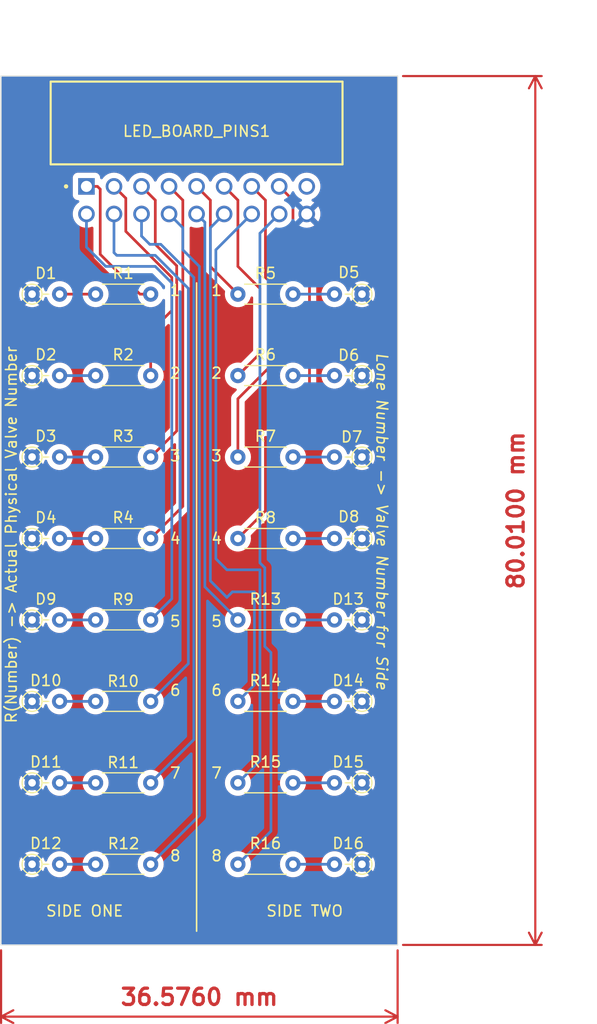
<source format=kicad_pcb>
(kicad_pcb (version 20221018) (generator pcbnew)
  (layers (0 "F.Cu" signal) (31 "B.Cu" signal) (34 "B.Paste" user) (35 "F.Paste" user) (36 "B.SilkS" user "B.Silkscreen") (37 "F.SilkS" user "F.Silkscreen") (38 "B.Mask" user) (39 "F.Mask" user) (44 "Edge.Cuts" user))
  (net 0 "")
  (net 1 "/GND")
  (net 2 "Net-(D1-A)")
  (net 3 "Net-(D2-A)")
  (net 4 "Net-(D3-A)")
  (net 5 "Net-(D4-A)")
  (net 6 "Net-(D5-A)")
  (net 7 "Net-(D6-A)")
  (net 8 "Net-(D7-A)")
  (net 9 "Net-(D8-A)")
  (net 10 "Net-(D9-A)")
  (net 11 "Net-(D10-A)")
  (net 12 "Net-(D11-A)")
  (net 13 "Net-(D12-A)")
  (net 14 "Net-(D13-A)")
  (net 15 "Net-(D14-A)")
  (net 16 "Net-(D15-A)")
  (net 17 "Net-(D16-A)")
  (net 18 "/Valve 1")
  (net 19 "/Valve 2")
  (net 20 "/Valve 3")
  (net 21 "/Valve 4")
  (net 22 "/Valve 5")
  (net 23 "/Valve 6")
  (net 24 "/Valve 7")
  (net 25 "/Valve 8")
  (net 26 "/Valve 9")
  (net 27 "/Valve 10")
  (net 28 "/Valve 11")
  (net 29 "/Valve 12")
  (net 30 "/Valve 13")
  (net 31 "/Valve 14")
  (net 32 "/Valve 15")
  (net 33 "/Valve 16")
  (footprint "Resistor_THT:R_Axial_DIN0204_L3.6mm_D1.6mm_P2.54mm_Vertical" (layer "F.Cu") (at 102.935 142.792437)
    (fp_text reference "D9" (at 1.27 -1.92) (layer "F.SilkS"))
    (fp_text value "LED" hide)
    (fp_line (start 0.92 0) (end 1.54 0) (stroke (width 0.12)) (layer "F.SilkS"))
    (fp_circle (center 0 0) (end 0.92 0) (stroke (width 0.12)) (fill none) (layer "F.SilkS"))
    (pad "1" thru_hole circle (at 0 0) (size 1.4 1.4) (drill 0.7) (layers "*.Cu" "*.Mask") (net 1 "/GND"))
    (pad "2" thru_hole oval (at 2.54 0) (size 1.4 1.4) (drill 0.7) (layers "*.Cu" "*.Mask") (net 10 "Net-(D9-A)"))
  )
  (footprint "Resistor_THT:R_Axial_DIN0204_L3.6mm_D1.6mm_P2.54mm_Vertical" (layer "F.Cu") (at 133.365 120.292437 180)
    (fp_text reference "D6" (at 1.22 1.875) (layer "F.SilkS"))
    (fp_text value "LED" hide)
    (fp_line (start 0.92 0) (end 1.54 0) (stroke (width 0.12)) (layer "F.SilkS"))
    (fp_circle (center 0 0) (end 0.92 0) (stroke (width 0.12)) (fill none) (layer "F.SilkS"))
    (pad "1" thru_hole circle (at 0 0 180) (size 1.4 1.4) (drill 0.7) (layers "*.Cu" "*.Mask") (net 1 "/GND"))
    (pad "2" thru_hole oval (at 2.54 0 180) (size 1.4 1.4) (drill 0.7) (layers "*.Cu" "*.Mask") (net 7 "Net-(D6-A)"))
  )
  (footprint "Resistor_THT:R_Axial_DIN0204_L3.6mm_D1.6mm_P5.08mm_Horizontal" (layer "F.Cu") (at 113.875 165.292437 180)
    (fp_text reference "R12" (at 2.5 1.902) (layer "F.SilkS"))
    (fp_text value "R" hide)
    (fp_line (start 0.62 -0.92) (end 4.46 -0.92) (stroke (width 0.12)) (layer "F.SilkS"))
    (fp_line (start 0.62 0.92) (end 4.46 0.92) (stroke (width 0.12)) (layer "F.SilkS"))
    (pad "1" thru_hole circle (at 0 0 180) (size 1.4 1.4) (drill 0.7) (layers "*.Cu" "*.Mask") (net 29 "/Valve 12"))
    (pad "2" thru_hole oval (at 5.08 0 180) (size 1.4 1.4) (drill 0.7) (layers "*.Cu" "*.Mask") (net 13 "Net-(D12-A)"))
  )
  (footprint "Resistor_THT:R_Axial_DIN0204_L3.6mm_D1.6mm_P2.54mm_Vertical" (layer "F.Cu") (at 133.365 157.792437 180)
    (fp_text reference "D15" (at 1.27 1.92) (layer "F.SilkS"))
    (fp_text value "LED" hide)
    (fp_line (start 0.92 0) (end 1.54 0) (stroke (width 0.12)) (layer "F.SilkS"))
    (fp_circle (center 0 0) (end 0.92 0) (stroke (width 0.12)) (fill none) (layer "F.SilkS"))
    (pad "1" thru_hole circle (at 0 0 180) (size 1.4 1.4) (drill 0.7) (layers "*.Cu" "*.Mask") (net 1 "/GND"))
    (pad "2" thru_hole oval (at 2.54 0 180) (size 1.4 1.4) (drill 0.7) (layers "*.Cu" "*.Mask") (net 16 "Net-(D15-A)"))
  )
  (footprint "Resistor_THT:R_Axial_DIN0204_L3.6mm_D1.6mm_P2.54mm_Vertical" (layer "F.Cu") (at 102.935 150.292437)
    (fp_text reference "D10" (at 1.27 -1.92) (layer "F.SilkS"))
    (fp_text value "LED" hide)
    (fp_line (start 0.92 0) (end 1.54 0) (stroke (width 0.12)) (layer "F.SilkS"))
    (fp_circle (center 0 0) (end 0.92 0) (stroke (width 0.12)) (fill none) (layer "F.SilkS"))
    (pad "1" thru_hole circle (at 0 0) (size 1.4 1.4) (drill 0.7) (layers "*.Cu" "*.Mask") (net 1 "/GND"))
    (pad "2" thru_hole oval (at 2.54 0) (size 1.4 1.4) (drill 0.7) (layers "*.Cu" "*.Mask") (net 11 "Net-(D10-A)"))
  )
  (footprint "Resistor_THT:R_Axial_DIN0204_L3.6mm_D1.6mm_P2.54mm_Vertical" (layer "F.Cu") (at 102.935 157.792437)
    (fp_text reference "D11" (at 1.27 -1.92) (layer "F.SilkS"))
    (fp_text value "LED" hide)
    (fp_line (start 0.92 0) (end 1.54 0) (stroke (width 0.12)) (layer "F.SilkS"))
    (fp_circle (center 0 0) (end 0.92 0) (stroke (width 0.12)) (fill none) (layer "F.SilkS"))
    (pad "1" thru_hole circle (at 0 0) (size 1.4 1.4) (drill 0.7) (layers "*.Cu" "*.Mask") (net 1 "/GND"))
    (pad "2" thru_hole oval (at 2.54 0) (size 1.4 1.4) (drill 0.7) (layers "*.Cu" "*.Mask") (net 12 "Net-(D11-A)"))
  )
  (footprint "Resistor_THT:R_Axial_DIN0204_L3.6mm_D1.6mm_P2.54mm_Vertical" (layer "F.Cu") (at 102.935 135.292437)
    (fp_text reference "D4" (at 1.27 -1.92) (layer "F.SilkS"))
    (fp_text value "LED" hide)
    (fp_line (start 0.92 0) (end 1.54 0) (stroke (width 0.12)) (layer "F.SilkS"))
    (fp_circle (center 0 0) (end 0.92 0) (stroke (width 0.12)) (fill none) (layer "F.SilkS"))
    (pad "1" thru_hole circle (at 0 0) (size 1.4 1.4) (drill 0.7) (layers "*.Cu" "*.Mask") (net 1 "/GND"))
    (pad "2" thru_hole oval (at 2.54 0) (size 1.4 1.4) (drill 0.7) (layers "*.Cu" "*.Mask") (net 5 "Net-(D4-A)"))
  )
  (footprint "Resistor_THT:R_Axial_DIN0204_L3.6mm_D1.6mm_P5.08mm_Horizontal" (layer "F.Cu") (at 121.92 165.292437)
    (fp_text reference "R16" (at 2.54 -1.92) (layer "F.SilkS"))
    (fp_text value "R" hide)
    (fp_line (start 0.62 -0.92) (end 4.46 -0.92) (stroke (width 0.12)) (layer "F.SilkS"))
    (fp_line (start 0.62 0.92) (end 4.46 0.92) (stroke (width 0.12)) (layer "F.SilkS"))
    (pad "1" thru_hole circle (at 0 0) (size 1.4 1.4) (drill 0.7) (layers "*.Cu" "*.Mask") (net 33 "/Valve 16"))
    (pad "2" thru_hole oval (at 5.08 0) (size 1.4 1.4) (drill 0.7) (layers "*.Cu" "*.Mask") (net 17 "Net-(D16-A)"))
  )
  (footprint "IPL1-109-01-L-D-RE1-K:SAMTEC_IPL1-109-01-L-D-RE1-K" (layer "F.Cu") (at 118.11 104.14)
    (fp_text reference "LED_BOARD_PINS1" (at 0 -6.35 -360) (layer "F.SilkS"))
    (fp_text value "IPL1-108-01-L-D-RE1-K-WT" hide)
    (fp_line (start -13.46 -10.92) (end -13.46 -3.3) (stroke (width 0.2)) (layer "F.SilkS"))
    (fp_line (start -13.46 -3.3) (end 13.46 -3.3) (stroke (width 0.2)) (layer "F.SilkS"))
    (fp_line (start 13.46 -10.92) (end -13.46 -10.92) (stroke (width 0.2)) (layer "F.SilkS"))
    (fp_line (start 13.46 -3.3) (end 13.46 -10.92) (stroke (width 0.2)) (layer "F.SilkS"))
    (fp_circle (center -12.04 -1.27) (end -11.94 -1.27) (stroke (width 0.2)) (fill none) (layer "F.SilkS"))
    (pad "01" thru_hole rect (at -10.16 -1.27) (size 1.53 1.53) (drill 1.02) (layers "*.Cu" "*.Mask") (net 18 "/Valve 1"))
    (pad "02" thru_hole circle (at -7.62 -1.27) (size 1.53 1.53) (drill 1.02) (layers "*.Cu" "*.Mask") (net 19 "/Valve 2"))
    (pad "03" thru_hole circle (at -5.08 -1.27) (size 1.53 1.53) (drill 1.02) (layers "*.Cu" "*.Mask") (net 20 "/Valve 3"))
    (pad "04" thru_hole circle (at -2.54 -1.27) (size 1.53 1.53) (drill 1.02) (layers "*.Cu" "*.Mask") (net 21 "/Valve 4"))
    (pad "05" thru_hole circle (at 0 -1.27) (size 1.53 1.53) (drill 1.02) (layers "*.Cu" "*.Mask") (net 22 "/Valve 5"))
    (pad "06" thru_hole circle (at 2.54 -1.27) (size 1.53 1.53) (drill 1.02) (layers "*.Cu" "*.Mask") (net 23 "/Valve 6"))
    (pad "07" thru_hole circle (at 5.08 -1.27) (size 1.53 1.53) (drill 1.02) (layers "*.Cu" "*.Mask") (net 24 "/Valve 7"))
    (pad "08" thru_hole circle (at 7.62 -1.27) (size 1.53 1.53) (drill 1.02) (layers "*.Cu" "*.Mask") (net 25 "/Valve 8"))
    (pad "09" thru_hole circle (at 10.16 -1.27) (size 1.53 1.53) (drill 1.02) (layers "*.Cu" "*.Mask"))
    (pad "10" thru_hole circle (at -10.16 1.27) (size 1.53 1.53) (drill 1.02) (layers "*.Cu" "*.Mask") (net 26 "/Valve 9"))
    (pad "11" thru_hole circle (at -7.62 1.27) (size 1.53 1.53) (drill 1.02) (layers "*.Cu" "*.Mask") (net 27 "/Valve 10"))
    (pad "12" thru_hole circle (at -5.08 1.27) (size 1.53 1.53) (drill 1.02) (layers "*.Cu" "*.Mask") (net 28 "/Valve 11"))
    (pad "13" thru_hole circle (at -2.54 1.27) (size 1.53 1.53) (drill 1.02) (layers "*.Cu" "*.Mask") (net 29 "/Valve 12"))
    (pad "14" thru_hole circle (at 0 1.27) (size 1.53 1.53) (drill 1.02) (layers "*.Cu" "*.Mask") (net 30 "/Valve 13"))
    (pad "15" thru_hole circle (at 2.54 1.27) (size 1.53 1.53) (drill 1.02) (layers "*.Cu" "*.Mask") (net 31 "/Valve 14"))
    (pad "16" thru_hole circle (at 5.08 1.27) (size 1.53 1.53) (drill 1.02) (layers "*.Cu" "*.Mask") (net 32 "/Valve 15"))
    (pad "17" thru_hole circle (at 7.62 1.27) (size 1.53 1.53) (drill 1.02) (layers "*.Cu" "*.Mask") (net 33 "/Valve 16"))
    (pad "18" thru_hole circle (at 10.16 1.27) (size 1.53 1.53) (drill 1.02) (layers "*.Cu" "*.Mask") (net 1 "/GND"))
  )
  (footprint "Resistor_THT:R_Axial_DIN0204_L3.6mm_D1.6mm_P5.08mm_Horizontal" (layer "F.Cu") (at 121.92 150.292437)
    (fp_text reference "R14" (at 2.54 -1.92) (layer "F.SilkS"))
    (fp_text value "R" hide)
    (fp_line (start 0.62 -0.92) (end 4.46 -0.92) (stroke (width 0.12)) (layer "F.SilkS"))
    (fp_line (start 0.62 0.92) (end 4.46 0.92) (stroke (width 0.12)) (layer "F.SilkS"))
    (pad "1" thru_hole circle (at 0 0) (size 1.4 1.4) (drill 0.7) (layers "*.Cu" "*.Mask") (net 31 "/Valve 14"))
    (pad "2" thru_hole oval (at 5.08 0) (size 1.4 1.4) (drill 0.7) (layers "*.Cu" "*.Mask") (net 15 "Net-(D14-A)"))
  )
  (footprint "Resistor_THT:R_Axial_DIN0204_L3.6mm_D1.6mm_P5.08mm_Horizontal" (layer "F.Cu") (at 113.875 120.292437 180)
    (fp_text reference "R2" (at 2.54 1.92) (layer "F.SilkS"))
    (fp_text value "R" hide)
    (fp_line (start 0.62 -0.92) (end 4.46 -0.92) (stroke (width 0.12)) (layer "F.SilkS"))
    (fp_line (start 0.62 0.92) (end 4.46 0.92) (stroke (width 0.12)) (layer "F.SilkS"))
    (pad "1" thru_hole circle (at 0 0 180) (size 1.4 1.4) (drill 0.7) (layers "*.Cu" "*.Mask") (net 19 "/Valve 2"))
    (pad "2" thru_hole oval (at 5.08 0 180) (size 1.4 1.4) (drill 0.7) (layers "*.Cu" "*.Mask") (net 3 "Net-(D2-A)"))
  )
  (footprint "Resistor_THT:R_Axial_DIN0204_L3.6mm_D1.6mm_P5.08mm_Horizontal" (layer "F.Cu") (at 113.875 127.792437 180)
    (fp_text reference "R3" (at 2.54 1.92) (layer "F.SilkS"))
    (fp_text value "R" hide)
    (fp_line (start 0.62 -0.92) (end 4.46 -0.92) (stroke (width 0.12)) (layer "F.SilkS"))
    (fp_line (start 0.62 0.92) (end 4.46 0.92) (stroke (width 0.12)) (layer "F.SilkS"))
    (pad "1" thru_hole circle (at 0 0 180) (size 1.4 1.4) (drill 0.7) (layers "*.Cu" "*.Mask") (net 20 "/Valve 3"))
    (pad "2" thru_hole oval (at 5.08 0 180) (size 1.4 1.4) (drill 0.7) (layers "*.Cu" "*.Mask") (net 4 "Net-(D3-A)"))
  )
  (footprint "Resistor_THT:R_Axial_DIN0204_L3.6mm_D1.6mm_P2.54mm_Vertical" (layer "F.Cu") (at 133.365 127.792437 180)
    (fp_text reference "D7" (at 0.945 1.85) (layer "F.SilkS"))
    (fp_text value "LED" hide)
    (fp_line (start 0.92 0) (end 1.54 0) (stroke (width 0.12)) (layer "F.SilkS"))
    (fp_circle (center 0 0) (end 0.92 0) (stroke (width 0.12)) (fill none) (layer "F.SilkS"))
    (pad "1" thru_hole circle (at 0 0 180) (size 1.4 1.4) (drill 0.7) (layers "*.Cu" "*.Mask") (net 1 "/GND"))
    (pad "2" thru_hole oval (at 2.54 0 180) (size 1.4 1.4) (drill 0.7) (layers "*.Cu" "*.Mask") (net 8 "Net-(D7-A)"))
  )
  (footprint "Resistor_THT:R_Axial_DIN0204_L3.6mm_D1.6mm_P5.08mm_Horizontal" (layer "F.Cu") (at 113.875 142.792437 180)
    (fp_text reference "R9" (at 2.54 1.895) (layer "F.SilkS"))
    (fp_text value "R" hide)
    (fp_line (start 0.62 -0.92) (end 4.46 -0.92) (stroke (width 0.12)) (layer "F.SilkS"))
    (fp_line (start 0.62 0.92) (end 4.46 0.92) (stroke (width 0.12)) (layer "F.SilkS"))
    (pad "1" thru_hole circle (at 0 0 180) (size 1.4 1.4) (drill 0.7) (layers "*.Cu" "*.Mask") (net 26 "/Valve 9"))
    (pad "2" thru_hole oval (at 5.08 0 180) (size 1.4 1.4) (drill 0.7) (layers "*.Cu" "*.Mask") (net 10 "Net-(D9-A)"))
  )
  (footprint "Resistor_THT:R_Axial_DIN0204_L3.6mm_D1.6mm_P5.08mm_Horizontal" (layer "F.Cu") (at 113.875 150.292437 180)
    (fp_text reference "R10" (at 2.54 1.855667) (layer "F.SilkS"))
    (fp_text value "R" hide)
    (fp_line (start 0.62 -0.92) (end 4.46 -0.92) (stroke (width 0.12)) (layer "F.SilkS"))
    (fp_line (start 0.62 0.92) (end 4.46 0.92) (stroke (width 0.12)) (layer "F.SilkS"))
    (pad "1" thru_hole circle (at 0 0 180) (size 1.4 1.4) (drill 0.7) (layers "*.Cu" "*.Mask") (net 27 "/Valve 10"))
    (pad "2" thru_hole oval (at 5.08 0 180) (size 1.4 1.4) (drill 0.7) (layers "*.Cu" "*.Mask") (net 11 "Net-(D10-A)"))
  )
  (footprint "Resistor_THT:R_Axial_DIN0204_L3.6mm_D1.6mm_P2.54mm_Vertical" (layer "F.Cu") (at 102.935 120.292437)
    (fp_text reference "D2" (at 1.27 -1.92) (layer "F.SilkS"))
    (fp_text value "LED" hide)
    (fp_line (start 0.92 0) (end 1.54 0) (stroke (width 0.12)) (layer "F.SilkS"))
    (fp_circle (center 0 0) (end 0.92 0) (stroke (width 0.12)) (fill none) (layer "F.SilkS"))
    (pad "1" thru_hole circle (at 0 0) (size 1.4 1.4) (drill 0.7) (layers "*.Cu" "*.Mask") (net 1 "/GND"))
    (pad "2" thru_hole oval (at 2.54 0) (size 1.4 1.4) (drill 0.7) (layers "*.Cu" "*.Mask") (net 3 "Net-(D2-A)"))
  )
  (footprint "Resistor_THT:R_Axial_DIN0204_L3.6mm_D1.6mm_P2.54mm_Vertical" (layer "F.Cu") (at 133.365 150.292437 180)
    (fp_text reference "D14" (at 1.27 1.92) (layer "F.SilkS"))
    (fp_text value "LED" hide)
    (fp_line (start 0.92 0) (end 1.54 0) (stroke (width 0.12)) (layer "F.SilkS"))
    (fp_circle (center 0 0) (end 0.92 0) (stroke (width 0.12)) (fill none) (layer "F.SilkS"))
    (pad "1" thru_hole circle (at 0 0 180) (size 1.4 1.4) (drill 0.7) (layers "*.Cu" "*.Mask") (net 1 "/GND"))
    (pad "2" thru_hole oval (at 2.54 0 180) (size 1.4 1.4) (drill 0.7) (layers "*.Cu" "*.Mask") (net 15 "Net-(D14-A)"))
  )
  (footprint "Resistor_THT:R_Axial_DIN0204_L3.6mm_D1.6mm_P5.08mm_Horizontal" (layer "F.Cu") (at 113.875 135.292437 180)
    (fp_text reference "R4" (at 2.54 1.92) (layer "F.SilkS"))
    (fp_text value "R" hide)
    (fp_line (start 0.62 -0.92) (end 4.46 -0.92) (stroke (width 0.12)) (layer "F.SilkS"))
    (fp_line (start 0.62 0.92) (end 4.46 0.92) (stroke (width 0.12)) (layer "F.SilkS"))
    (pad "1" thru_hole circle (at 0 0 180) (size 1.4 1.4) (drill 0.7) (layers "*.Cu" "*.Mask") (net 21 "/Valve 4"))
    (pad "2" thru_hole oval (at 5.08 0 180) (size 1.4 1.4) (drill 0.7) (layers "*.Cu" "*.Mask") (net 5 "Net-(D4-A)"))
  )
  (footprint "Resistor_THT:R_Axial_DIN0204_L3.6mm_D1.6mm_P5.08mm_Horizontal" (layer "F.Cu") (at 121.92 142.792437)
    (fp_text reference "R13" (at 2.54 -1.92) (layer "F.SilkS"))
    (fp_text value "R" hide)
    (fp_line (start 0.62 -0.92) (end 4.46 -0.92) (stroke (width 0.12)) (layer "F.SilkS"))
    (fp_line (start 0.62 0.92) (end 4.46 0.92) (stroke (width 0.12)) (layer "F.SilkS"))
    (pad "1" thru_hole circle (at 0 0) (size 1.4 1.4) (drill 0.7) (layers "*.Cu" "*.Mask") (net 30 "/Valve 13"))
    (pad "2" thru_hole oval (at 5.08 0) (size 1.4 1.4) (drill 0.7) (layers "*.Cu" "*.Mask") (net 14 "Net-(D13-A)"))
  )
  (footprint "Resistor_THT:R_Axial_DIN0204_L3.6mm_D1.6mm_P5.08mm_Horizontal" (layer "F.Cu") (at 121.92 127.792437)
    (fp_text reference "R7" (at 2.54 -1.92) (layer "F.SilkS"))
    (fp_text value "R" hide)
    (fp_line (start 0.62 -0.92) (end 4.46 -0.92) (stroke (width 0.12)) (layer "F.SilkS"))
    (fp_line (start 0.62 0.92) (end 4.46 0.92) (stroke (width 0.12)) (layer "F.SilkS"))
    (pad "1" thru_hole circle (at 0 0) (size 1.4 1.4) (drill 0.7) (layers "*.Cu" "*.Mask") (net 24 "/Valve 7"))
    (pad "2" thru_hole oval (at 5.08 0) (size 1.4 1.4) (drill 0.7) (layers "*.Cu" "*.Mask") (net 8 "Net-(D7-A)"))
  )
  (footprint "Resistor_THT:R_Axial_DIN0204_L3.6mm_D1.6mm_P5.08mm_Horizontal" (layer "F.Cu") (at 113.875 157.792437 180)
    (fp_text reference "R11" (at 2.54 1.866334) (layer "F.SilkS"))
    (fp_text value "R" hide)
    (fp_line (start 0.62 -0.92) (end 4.46 -0.92) (stroke (width 0.12)) (layer "F.SilkS"))
    (fp_line (start 0.62 0.92) (end 4.46 0.92) (stroke (width 0.12)) (layer "F.SilkS"))
    (pad "1" thru_hole circle (at 0 0 180) (size 1.4 1.4) (drill 0.7) (layers "*.Cu" "*.Mask") (net 28 "/Valve 11"))
    (pad "2" thru_hole oval (at 5.08 0 180) (size 1.4 1.4) (drill 0.7) (layers "*.Cu" "*.Mask") (net 12 "Net-(D11-A)"))
  )
  (footprint "Resistor_THT:R_Axial_DIN0204_L3.6mm_D1.6mm_P5.08mm_Horizontal" (layer "F.Cu") (at 121.92 135.292437)
    (fp_text reference "R8" (at 2.54 -1.92) (layer "F.SilkS"))
    (fp_text value "R" hide)
    (fp_line (start 0.62 -0.92) (end 4.46 -0.92) (stroke (width 0.12)) (layer "F.SilkS"))
    (fp_line (start 0.62 0.92) (end 4.46 0.92) (stroke (width 0.12)) (layer "F.SilkS"))
    (pad "1" thru_hole circle (at 0 0) (size 1.4 1.4) (drill 0.7) (layers "*.Cu" "*.Mask") (net 25 "/Valve 8"))
    (pad "2" thru_hole oval (at 5.08 0) (size 1.4 1.4) (drill 0.7) (layers "*.Cu" "*.Mask") (net 9 "Net-(D8-A)"))
  )
  (footprint "Resistor_THT:R_Axial_DIN0204_L3.6mm_D1.6mm_P2.54mm_Vertical" (layer "F.Cu") (at 133.365 165.292437 180)
    (fp_text reference "D16" (at 1.27 1.92) (layer "F.SilkS"))
    (fp_text value "LED" hide)
    (fp_line (start 0.92 0) (end 1.54 0) (stroke (width 0.12)) (layer "F.SilkS"))
    (fp_circle (center 0 0) (end 0.92 0) (stroke (width 0.12)) (fill none) (layer "F.SilkS"))
    (pad "1" thru_hole circle (at 0 0 180) (size 1.4 1.4) (drill 0.7) (layers "*.Cu" "*.Mask") (net 1 "/GND"))
    (pad "2" thru_hole oval (at 2.54 0 180) (size 1.4 1.4) (drill 0.7) (layers "*.Cu" "*.Mask") (net 17 "Net-(D16-A)"))
  )
  (footprint "Resistor_THT:R_Axial_DIN0204_L3.6mm_D1.6mm_P2.54mm_Vertical" (layer "F.Cu") (at 133.365 142.792437 180)
    (fp_text reference "D13" (at 1.27 1.92) (layer "F.SilkS"))
    (fp_text value "LED" hide)
    (fp_line (start 0.92 0) (end 1.54 0) (stroke (width 0.12)) (layer "F.SilkS"))
    (fp_circle (center 0 0) (end 0.92 0) (stroke (width 0.12)) (fill none) (layer "F.SilkS"))
    (pad "1" thru_hole circle (at 0 0 180) (size 1.4 1.4) (drill 0.7) (layers "*.Cu" "*.Mask") (net 1 "/GND"))
    (pad "2" thru_hole oval (at 2.54 0 180) (size 1.4 1.4) (drill 0.7) (layers "*.Cu" "*.Mask") (net 14 "Net-(D13-A)"))
  )
  (footprint "Resistor_THT:R_Axial_DIN0204_L3.6mm_D1.6mm_P5.08mm_Horizontal" (layer "F.Cu") (at 121.92 157.792437)
    (fp_text reference "R15" (at 2.54 -1.92) (layer "F.SilkS"))
    (fp_text value "R" hide)
    (fp_line (start 0.62 -0.92) (end 4.46 -0.92) (stroke (width 0.12)) (layer "F.SilkS"))
    (fp_line (start 0.62 0.92) (end 4.46 0.92) (stroke (width 0.12)) (layer "F.SilkS"))
    (pad "1" thru_hole circle (at 0 0) (size 1.4 1.4) (drill 0.7) (layers "*.Cu" "*.Mask") (net 32 "/Valve 15"))
    (pad "2" thru_hole oval (at 5.08 0) (size 1.4 1.4) (drill 0.7) (layers "*.Cu" "*.Mask") (net 16 "Net-(D15-A)"))
  )
  (footprint "Resistor_THT:R_Axial_DIN0204_L3.6mm_D1.6mm_P2.54mm_Vertical" (layer "F.Cu") (at 102.935 165.292437)
    (fp_text reference "D12" (at 1.27 -1.92) (layer "F.SilkS"))
    (fp_text value "LED" hide)
    (fp_line (start 0.92 0) (end 1.54 0) (stroke (width 0.12)) (layer "F.SilkS"))
    (fp_circle (center 0 0) (end 0.92 0) (stroke (width 0.12)) (fill none) (layer "F.SilkS"))
    (pad "1" thru_hole circle (at 0 0) (size 1.4 1.4) (drill 0.7) (layers "*.Cu" "*.Mask") (net 1 "/GND"))
    (pad "2" thru_hole oval (at 2.54 0) (size 1.4 1.4) (drill 0.7) (layers "*.Cu" "*.Mask") (net 13 "Net-(D12-A)"))
  )
  (footprint "Resistor_THT:R_Axial_DIN0204_L3.6mm_D1.6mm_P2.54mm_Vertical" (layer "F.Cu") (at 102.935 127.792437)
    (fp_text reference "D3" (at 1.27 -1.92) (layer "F.SilkS"))
    (fp_text value "LED" hide)
    (fp_line (start 0.92 0) (end 1.54 0) (stroke (width 0.12)) (layer "F.SilkS"))
    (fp_circle (center 0 0) (end 0.92 0) (stroke (width 0.12)) (fill none) (layer "F.SilkS"))
    (pad "1" thru_hole circle (at 0 0) (size 1.4 1.4) (drill 0.7) (layers "*.Cu" "*.Mask") (net 1 "/GND"))
    (pad "2" thru_hole oval (at 2.54 0) (size 1.4 1.4) (drill 0.7) (layers "*.Cu" "*.Mask") (net 4 "Net-(D3-A)"))
  )
  (footprint "Resistor_THT:R_Axial_DIN0204_L3.6mm_D1.6mm_P5.08mm_Horizontal" (layer "F.Cu") (at 113.875 112.792437 180)
    (fp_text reference "R1" (at 2.54 1.92) (layer "F.SilkS"))
    (fp_text value "R" hide)
    (fp_line (start 0.62 -0.92) (end 4.46 -0.92) (stroke (width 0.12)) (layer "F.SilkS"))
    (fp_line (start 0.62 0.92) (end 4.46 0.92) (stroke (width 0.12)) (layer "F.SilkS"))
    (pad "1" thru_hole circle (at 0 0 180) (size 1.4 1.4) (drill 0.7) (layers "*.Cu" "*.Mask") (net 18 "/Valve 1"))
    (pad "2" thru_hole oval (at 5.08 0 180) (size 1.4 1.4) (drill 0.7) (layers "*.Cu" "*.Mask") (net 2 "Net-(D1-A)"))
  )
  (footprint "Resistor_THT:R_Axial_DIN0204_L3.6mm_D1.6mm_P5.08mm_Horizontal" (layer "F.Cu") (at 121.92 120.292437)
    (fp_text reference "R6" (at 2.54 -1.92) (layer "F.SilkS"))
    (fp_text value "R" hide)
    (fp_line (start 0.62 -0.92) (end 4.46 -0.92) (stroke (width 0.12)) (layer "F.SilkS"))
    (fp_line (start 0.62 0.92) (end 4.46 0.92) (stroke (width 0.12)) (layer "F.SilkS"))
    (pad "1" thru_hole circle (at 0 0) (size 1.4 1.4) (drill 0.7) (layers "*.Cu" "*.Mask") (net 23 "/Valve 6"))
    (pad "2" thru_hole oval (at 5.08 0) (size 1.4 1.4) (drill 0.7) (layers "*.Cu" "*.Mask") (net 7 "Net-(D6-A)"))
  )
  (footprint "Resistor_THT:R_Axial_DIN0204_L3.6mm_D1.6mm_P2.54mm_Vertical" (layer "F.Cu") (at 133.365 112.792437 180)
    (fp_text reference "D5" (at 1.215 2) (layer "F.SilkS"))
    (fp_text value "LED" hide)
    (fp_line (start 0.92 0) (end 1.54 0) (stroke (width 0.12)) (layer "F.SilkS"))
    (fp_circle (center 0 0) (end 0.92 0) (stroke (width 0.12)) (fill none) (layer "F.SilkS"))
    (pad "1" thru_hole circle (at 0 0 180) (size 1.4 1.4) (drill 0.7) (layers "*.Cu" "*.Mask") (net 1 "/GND"))
    (pad "2" thru_hole oval (at 2.54 0 180) (size 1.4 1.4) (drill 0.7) (layers "*.Cu" "*.Mask") (net 6 "Net-(D5-A)"))
  )
  (footprint "Resistor_THT:R_Axial_DIN0204_L3.6mm_D1.6mm_P2.54mm_Vertical" (layer "F.Cu") (at 133.365 135.292437 180)
    (fp_text reference "D8" (at 1.22 2) (layer "F.SilkS"))
    (fp_text value "LED" hide)
    (fp_line (start 0.92 0) (end 1.54 0) (stroke (width 0.12)) (layer "F.SilkS"))
    (fp_circle (center 0 0) (end 0.92 0) (stroke (width 0.12)) (fill none) (layer "F.SilkS"))
    (pad "1" thru_hole circle (at 0 0 180) (size 1.4 1.4) (drill 0.7) (layers "*.Cu" "*.Mask") (net 1 "/GND"))
    (pad "2" thru_hole oval (at 2.54 0 180) (size 1.4 1.4) (drill 0.7) (layers "*.Cu" "*.Mask") (net 9 "Net-(D8-A)"))
  )
  (footprint "Resistor_THT:R_Axial_DIN0204_L3.6mm_D1.6mm_P2.54mm_Vertical" (layer "F.Cu") (at 102.935 112.792437)
    (fp_text reference "D1" (at 1.27 -1.92) (layer "F.SilkS"))
    (fp_text value "LED" hide)
    (fp_line (start 0.92 0) (end 1.54 0) (stroke (width 0.12)) (layer "F.SilkS"))
    (fp_circle (center 0 0) (end 0.92 0) (stroke (width 0.12)) (fill none) (layer "F.SilkS"))
    (pad "1" thru_hole circle (at 0 0) (size 1.4 1.4) (drill 0.7) (layers "*.Cu" "*.Mask") (net 1 "/GND"))
    (pad "2" thru_hole oval (at 2.54 0) (size 1.4 1.4) (drill 0.7) (layers "*.Cu" "*.Mask") (net 2 "Net-(D1-A)"))
  )
  (footprint "Resistor_THT:R_Axial_DIN0204_L3.6mm_D1.6mm_P5.08mm_Horizontal" (layer "F.Cu") (at 121.92 112.792437)
    (fp_text reference "R5" (at 2.54 -1.92) (layer "F.SilkS"))
    (fp_text value "R" hide)
    (fp_line (start 0.62 -0.92) (end 4.46 -0.92) (stroke (width 0.12)) (layer "F.SilkS"))
    (fp_line (start 0.62 0.92) (end 4.46 0.92) (stroke (width 0.12)) (layer "F.SilkS"))
    (pad "1" thru_hole circle (at 0 0) (size 1.4 1.4) (drill 0.7) (layers "*.Cu" "*.Mask") (net 22 "/Valve 5"))
    (pad "2" thru_hole oval (at 5.08 0) (size 1.4 1.4) (drill 0.7) (layers "*.Cu" "*.Mask") (net 6 "Net-(D5-A)"))
  )
  (gr_line (start 118.11 111.76) (end 118.11 171.45) (stroke (width 0.15)) (layer "F.SilkS"))
  (gr_line (start 136.652 172.72) (end 100.076 172.72) (stroke (width 0.1)) (layer "Edge.Cuts"))
  (gr_line (start 100.076 92.71) (end 136.652 92.71) (stroke (width 0.1)) (layer "Edge.Cuts"))
  (gr_line (start 100.076 172.72) (end 100.076 92.71) (stroke (width 0.1)) (layer "Edge.Cuts"))
  (gr_line (start 136.652 92.71) (end 136.652 172.72) (stroke (width 0.1)) (layer "Edge.Cuts"))
  (gr_text "7" (at 115.57 157.48) (layer "F.SilkS") (effects (font (size 1 1)) (justify left bottom)))
  (gr_text "3" (at 119.38 128.27) (layer "F.SilkS") (effects (font (size 1 1)) (justify left bottom)))
  (gr_text "1" (at 115.57 113.03) (layer "F.SilkS") (effects (font (size 1 1)) (justify left bottom)))
  (gr_text "6" (at 119.38 149.86) (layer "F.SilkS") (effects (font (size 1 1)) (justify left bottom)))
  (gr_text "2" (at 115.57 120.65) (layer "F.SilkS") (effects (font (size 1 1)) (justify left bottom)))
  (gr_text "5" (at 119.38 143.51) (layer "F.SilkS") (effects (font (size 1 1)) (justify left bottom)))
  (gr_text "SIDE ONE" (at 104.14 170.18) (layer "F.SilkS") (effects (font (size 1 1)) (justify left bottom)))
  (gr_text "Lone Number -> Valve Number for Side" (at 134.62 118.11 270) (layer "F.SilkS") (effects (font (size 1 1) (thickness 0.15) italic) (justify left bottom)))
  (gr_text "R(Number) -> Actual Physical Valve Number" (at 101.6 152.4 90) (layer "F.SilkS") (effects (font (size 1 1)) (justify left bottom)))
  (gr_text "5" (at 115.57 143.51) (layer "F.SilkS") (effects (font (size 1 1)) (justify left bottom)))
  (gr_text "1" (at 119.38 113.03) (layer "F.SilkS") (effects (font (size 1 1)) (justify left bottom)))
  (gr_text "8" (at 115.57 165.1) (layer "F.SilkS") (effects (font (size 1 1)) (justify left bottom)))
  (gr_text "SIDE TWO\n" (at 124.46 170.18) (layer "F.SilkS") (effects (font (size 1 1)) (justify left bottom)))
  (gr_text "8" (at 119.38 165.1) (layer "F.SilkS") (effects (font (size 1 1)) (justify left bottom)))
  (gr_text "4" (at 115.57 135.89) (layer "F.SilkS") (effects (font (size 1 1)) (justify left bottom)))
  (gr_text "2" (at 119.38 120.65) (layer "F.SilkS") (effects (font (size 1 1)) (justify left bottom)))
  (gr_text "7" (at 119.38 157.48) (layer "F.SilkS") (effects (font (size 1 1)) (justify left bottom)))
  (gr_text "6" (at 115.57 149.86) (layer "F.SilkS") (effects (font (size 1 1)) (justify left bottom)))
  (gr_text "4" (at 119.38 135.89) (layer "F.SilkS") (effects (font (size 1 1)) (justify left bottom)))
  (gr_text "3" (at 115.57 128.27) (layer "F.SilkS") (effects (font (size 1 1)) (justify left bottom)))
  (dimension (type aligned) (layer "F.Cu") (pts (xy 136.652 92.71) (xy 136.652 172.72)) (height -12.7) (gr_text "80.0100 mm" (at 147.552 132.715 90) (layer "F.Cu") (effects (font (size 1.5 1.5) (thickness 0.3)))) (format (prefix "") (suffix "") (units 3) (units_format 1) (precision 4)) (style (thickness 0.2) (arrow_length 1.27) (text_position_mode 0) (extension_height 0.58642) (extension_offset 0.5) keep_text_aligned))
  (dimension (type aligned) (layer "F.Cu") (pts (xy 136.652 172.72) (xy 100.076 172.72)) (height -6.604) (gr_text "36.5760 mm" (at 118.364 177.524) (layer "F.Cu") (effects (font (size 1.5 1.5) (thickness 0.3)))) (format (prefix "") (suffix "") (units 3) (units_format 1) (precision 4)) (style (thickness 0.2) (arrow_length 1.27) (text_position_mode 0) (extension_height 0.58642) (extension_offset 0.5) keep_text_aligned))
  (segment (start 105.475 112.792437) (end 108.795 112.792437) (width 0.25) (layer "F.Cu") (net 2))
  (segment (start 105.475 120.292437) (end 108.795 120.292437) (width 0.25) (layer "B.Cu") (net 3))
  (segment (start 105.475 127.792437) (end 108.795 127.792437) (width 0.25) (layer "B.Cu") (net 4))
  (segment (start 105.475 135.292437) (end 108.795 135.292437) (width 0.25) (layer "B.Cu") (net 5))
  (segment (start 127 112.792437) (end 130.825 112.792437) (width 0.25) (layer "B.Cu") (net 6))
  (segment (start 127 120.292437) (end 130.825 120.292437) (width 0.25) (layer "B.Cu") (net 7))
  (segment (start 127 127.792437) (end 130.825 127.792437) (width 0.25) (layer "B.Cu") (net 8))
  (segment (start 127 135.292437) (end 130.825 135.292437) (width 0.25) (layer "B.Cu") (net 9))
  (segment (start 105.475 142.792437) (end 108.795 142.792437) (width 0.25) (layer "B.Cu") (net 10))
  (segment (start 105.475 150.292437) (end 108.795 150.292437) (width 0.25) (layer "B.Cu") (net 11))
  (segment (start 105.475 157.792437) (end 108.795 157.792437) (width 0.25) (layer "B.Cu") (net 12))
  (segment (start 105.475 165.292437) (end 108.795 165.292437) (width 0.25) (layer "B.Cu") (net 13))
  (segment (start 127 142.792437) (end 130.825 142.792437) (width 0.25) (layer "B.Cu") (net 14))
  (segment (start 127 150.292437) (end 130.825 150.292437) (width 0.25) (layer "B.Cu") (net 15))
  (segment (start 127 157.792437) (end 130.825 157.792437) (width 0.25) (layer "B.Cu") (net 16))
  (segment (start 127 165.292437) (end 130.825 165.292437) (width 0.25) (layer "B.Cu") (net 17))
  (segment (start 108.966 102.87) (end 107.95 102.87) (width 0.25) (layer "F.Cu") (net 18))
  (segment (start 113.875 112.792437) (end 112.885051 112.792437) (width 0.25) (layer "F.Cu") (net 18))
  (segment (start 112.885051 112.792437) (end 109.22 109.127386) (width 0.25) (layer "F.Cu") (net 18))
  (segment (start 109.22 103.124) (end 108.966 102.87) (width 0.25) (layer "F.Cu") (net 18))
  (segment (start 109.22 109.127386) (end 109.22 103.124) (width 0.25) (layer "F.Cu") (net 18))
  (segment (start 115.824 111.252) (end 111.58 107.008) (width 0.25) (layer "F.Cu") (net 19))
  (segment (start 111.58 107.008) (end 111.58 103.96) (width 0.25) (layer "F.Cu") (net 19))
  (segment (start 115.824 114.3) (end 115.824 111.252) (width 0.25) (layer "F.Cu") (net 19))
  (segment (start 113.875 116.249) (end 115.824 114.3) (width 0.25) (layer "F.Cu") (net 19))
  (segment (start 113.875 120.292437) (end 113.875 116.249) (width 0.25) (layer "F.Cu") (net 19))
  (segment (start 111.58 103.96) (end 110.49 102.87) (width 0.25) (layer "F.Cu") (net 19))
  (segment (start 114.3 108.204) (end 114.3 104.14) (width 0.25) (layer "F.Cu") (net 20))
  (segment (start 114.3 104.14) (end 113.03 102.87) (width 0.25) (layer "F.Cu") (net 20))
  (segment (start 116.274 110.178) (end 114.3 108.204) (width 0.25) (layer "F.Cu") (net 20))
  (segment (start 116.274 125.393437) (end 116.274 110.178) (width 0.25) (layer "F.Cu") (net 20))
  (segment (start 113.875 127.792437) (end 116.274 125.393437) (width 0.25) (layer "F.Cu") (net 20))
  (segment (start 116.84 132.327437) (end 116.84 104.14) (width 0.25) (layer "F.Cu") (net 21))
  (segment (start 113.875 135.292437) (end 116.84 132.327437) (width 0.25) (layer "F.Cu") (net 21))
  (segment (start 116.84 104.14) (end 115.57 102.87) (width 0.25) (layer "F.Cu") (net 21))
  (segment (start 121.92 112.792437) (end 119.38 110.252437) (width 0.25) (layer "F.Cu") (net 22))
  (segment (start 119.38 110.252437) (end 119.38 104.14) (width 0.25) (layer "F.Cu") (net 22))
  (segment (start 119.38 104.14) (end 118.11 102.87) (width 0.25) (layer "F.Cu") (net 22))
  (segment (start 121.92 110.236) (end 121.92 104.14) (width 0.25) (layer "F.Cu") (net 23))
  (segment (start 123.952 118.260437) (end 123.952 112.268) (width 0.25) (layer "F.Cu") (net 23))
  (segment (start 121.92 104.14) (end 120.65 102.87) (width 0.25) (layer "F.Cu") (net 23))
  (segment (start 123.952 112.268) (end 121.92 110.236) (width 0.25) (layer "F.Cu") (net 23))
  (segment (start 121.92 120.292437) (end 123.952 118.260437) (width 0.25) (layer "F.Cu") (net 23))
  (segment (start 124.46 111.252) (end 124.46 104.14) (width 0.25) (layer "F.Cu") (net 24))
  (segment (start 124.968 119.38) (end 124.968 111.76) (width 0.25) (layer "F.Cu") (net 24))
  (segment (start 121.92 127.792437) (end 121.92 122.428) (width 0.25) (layer "F.Cu") (net 24))
  (segment (start 121.92 122.428) (end 124.968 119.38) (width 0.25) (layer "F.Cu") (net 24))
  (segment (start 124.46 104.14) (end 123.19 102.87) (width 0.25) (layer "F.Cu") (net 24))
  (segment (start 124.968 111.76) (end 124.46 111.252) (width 0.25) (layer "F.Cu") (net 24))
  (segment (start 127 104.14) (end 125.73 102.87) (width 0.25) (layer "F.Cu") (net 25))
  (segment (start 128.524 108.204) (end 127 106.68) (width 0.25) (layer "F.Cu") (net 25))
  (segment (start 127 125.984) (end 128.524 124.46) (width 0.25) (layer "F.Cu") (net 25))
  (segment (start 121.92 135.292437) (end 124.46 132.752437) (width 0.25) (layer "F.Cu") (net 25))
  (segment (start 128.524 124.46) (end 128.524 108.204) (width 0.25) (layer "F.Cu") (net 25))
  (segment (start 124.46 125.984) (end 127 125.984) (width 0.25) (layer "F.Cu") (net 25))
  (segment (start 124.46 132.752437) (end 124.46 125.984) (width 0.25) (layer "F.Cu") (net 25))
  (segment (start 127 106.68) (end 127 104.14) (width 0.25) (layer "F.Cu") (net 25))
  (segment (start 115.824 111.76) (end 114.3 110.236) (width 0.25) (layer "B.Cu") (net 26))
  (segment (start 107.95 108.458) (end 107.95 105.41) (width 0.25) (layer "B.Cu") (net 26))
  (segment (start 114.3 110.236) (end 109.728 110.236) (width 0.25) (layer "B.Cu") (net 26))
  (segment (start 113.875 142.792437) (end 115.824 140.843437) (width 0.25) (layer "B.Cu") (net 26))
  (segment (start 109.728 110.236) (end 107.95 108.458) (width 0.25) (layer "B.Cu") (net 26))
  (segment (start 115.824 140.843437) (end 115.824 111.76) (width 0.25) (layer "B.Cu") (net 26))
  (segment (start 117.348 146.819437) (end 117.348 112.268) (width 0.25) (layer "B.Cu") (net 27))
  (segment (start 113.875 150.292437) (end 117.348 146.819437) (width 0.25) (layer "B.Cu") (net 27))
  (segment (start 110.49 108.966) (end 110.49 105.41) (width 0.25) (layer "B.Cu") (net 27))
  (segment (start 114.3 109.22) (end 110.744 109.22) (width 0.25) (layer "B.Cu") (net 27))
  (segment (start 110.744 109.22) (end 110.49 108.966) (width 0.25) (layer "B.Cu") (net 27))
  (segment (start 117.348 112.268) (end 114.3 109.22) (width 0.25) (layer "B.Cu") (net 27))
  (segment (start 113.875 157.792437) (end 117.856 153.811437) (width 0.25) (layer "B.Cu") (net 28))
  (segment (start 117.856 111.252) (end 114.808 108.204) (width 0.25) (layer "B.Cu") (net 28))
  (segment (start 113.792 108.204) (end 113.03 107.442) (width 0.25) (layer "B.Cu") (net 28))
  (segment (start 113.03 107.442) (end 113.03 105.41) (width 0.25) (layer "B.Cu") (net 28))
  (segment (start 114.808 108.204) (end 113.792 108.204) (width 0.25) (layer "B.Cu") (net 28))
  (segment (start 117.856 153.811437) (end 117.856 111.252) (width 0.25) (layer "B.Cu") (net 28))
  (segment (start 118.364 110.236) (end 116.84 108.712) (width 0.25) (layer "B.Cu") (net 29))
  (segment (start 113.875 165.292437) (end 118.364 160.803437) (width 0.25) (layer "B.Cu") (net 29))
  (segment (start 116.84 108.712) (end 116.84 106.68) (width 0.25) (layer "B.Cu") (net 29))
  (segment (start 118.364 160.803437) (end 118.364 110.236) (width 0.25) (layer "B.Cu") (net 29))
  (segment (start 116.84 106.68) (end 115.57 105.41) (width 0.25) (layer "B.Cu") (net 29))
  (segment (start 121.92 142.792437) (end 118.872 139.744437) (width 0.25) (layer "B.Cu") (net 30))
  (segment (start 118.872 106.172) (end 118.11 105.41) (width 0.25) (layer "B.Cu") (net 30))
  (segment (start 118.872 139.744437) (end 118.872 106.172) (width 0.25) (layer "B.Cu") (net 30))
  (segment (start 120.904 140.716) (end 119.38 139.192) (width 0.25) (layer "B.Cu") (net 31))
  (segment (start 123.444 148.768437) (end 123.444 140.208) (width 0.25) (layer "B.Cu") (net 31))
  (segment (start 121.412 140.208) (end 120.904 140.716) (width 0.25) (layer "B.Cu") (net 31))
  (segment (start 119.38 139.192) (end 119.38 106.68) (width 0.25) (layer "B.Cu") (net 31))
  (segment (start 121.92 150.292437) (end 123.444 148.768437) (width 0.25) (layer "B.Cu") (net 31))
  (segment (start 119.38 106.68) (end 120.65 105.41) (width 0.25) (layer "B.Cu") (net 31))
  (segment (start 123.444 140.208) (end 121.412 140.208) (width 0.25) (layer "B.Cu") (net 31))
  (segment (start 119.888 137.16) (end 119.888 108.712) (width 0.25) (layer "B.Cu") (net 32))
  (segment (start 121.92 157.792437) (end 123.952 155.760437) (width 0.25) (layer "B.Cu") (net 32))
  (segment (start 120.904 138.176) (end 119.888 137.16) (width 0.25) (layer "B.Cu") (net 32))
  (segment (start 123.952 138.176) (end 120.904 138.176) (width 0.25) (layer "B.Cu") (net 32))
  (segment (start 123.952 155.760437) (end 123.952 138.176) (width 0.25) (layer "B.Cu") (net 32))
  (segment (start 119.888 108.712) (end 123.19 105.41) (width 0.25) (layer "B.Cu") (net 32))
  (segment (start 124.968 145.796) (end 124.402 145.23) (width 0.25) (layer "B.Cu") (net 33))
  (segment (start 121.92 165.292437) (end 124.968 162.244437) (width 0.25) (layer "B.Cu") (net 33))
  (segment (start 124.402 145.23) (end 124.402 137.989604) (width 0.25) (layer "B.Cu") (net 33))
  (segment (start 124.402 137.989604) (end 123.952 137.539604) (width 0.25) (layer "B.Cu") (net 33))
  (segment (start 124.968 162.244437) (end 124.968 145.796) (width 0.25) (layer "B.Cu") (net 33))
  (segment (start 123.952 107.188) (end 125.73 105.41) (width 0.25) (layer "B.Cu") (net 33))
  (segment (start 123.952 137.539604) (end 123.952 107.188) (width 0.25) (layer "B.Cu") (net 33))
  (zone (net 1) (net_name "/GND") (layers "F&B.Cu") (connect_pads (clearance 0.5)) (min_thickness 0.25) (fill yes (thermal_gap 0.5) (thermal_bridge_width 0.5))
    (polygon (pts (xy 100.076 172.72) (xy 136.652 172.72) (xy 136.652 92.71) (xy 100.076 92.71)))
  )
)
</source>
